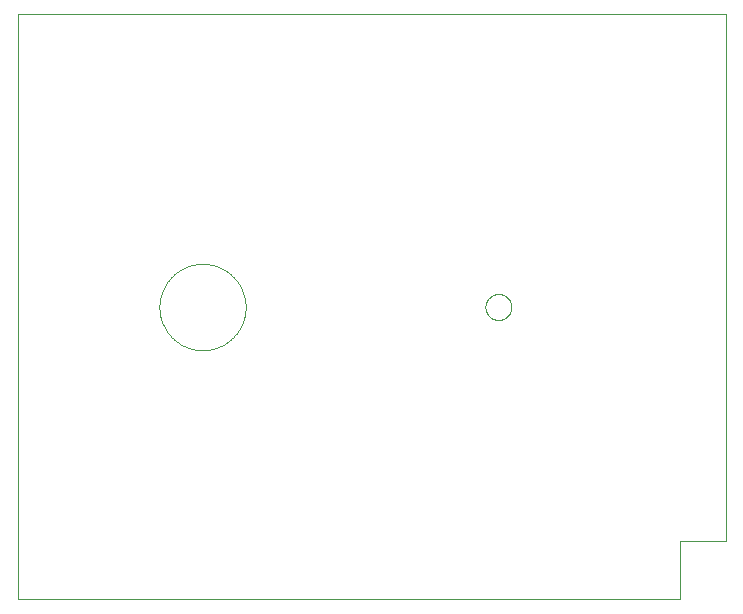
<source format=gbo>
G75*
%MOIN*%
%OFA0B0*%
%FSLAX25Y25*%
%IPPOS*%
%LPD*%
%AMOC8*
5,1,8,0,0,1.08239X$1,22.5*
%
%ADD10C,0.00000*%
D10*
X0001000Y0001000D02*
X0001000Y0196000D01*
X0237000Y0196000D01*
X0237000Y0020500D01*
X0221900Y0020500D01*
X0221900Y0001000D01*
X0001000Y0001000D01*
X0048244Y0098441D02*
X0048248Y0098794D01*
X0048261Y0099146D01*
X0048283Y0099498D01*
X0048313Y0099850D01*
X0048352Y0100200D01*
X0048400Y0100550D01*
X0048456Y0100898D01*
X0048520Y0101244D01*
X0048593Y0101589D01*
X0048675Y0101933D01*
X0048765Y0102274D01*
X0048863Y0102612D01*
X0048969Y0102949D01*
X0049084Y0103282D01*
X0049207Y0103613D01*
X0049338Y0103940D01*
X0049477Y0104264D01*
X0049624Y0104585D01*
X0049778Y0104902D01*
X0049941Y0105215D01*
X0050111Y0105524D01*
X0050288Y0105829D01*
X0050473Y0106129D01*
X0050666Y0106425D01*
X0050865Y0106715D01*
X0051072Y0107001D01*
X0051285Y0107282D01*
X0051506Y0107557D01*
X0051733Y0107827D01*
X0051967Y0108091D01*
X0052207Y0108350D01*
X0052453Y0108602D01*
X0052705Y0108848D01*
X0052964Y0109088D01*
X0053228Y0109322D01*
X0053498Y0109549D01*
X0053773Y0109770D01*
X0054054Y0109983D01*
X0054340Y0110190D01*
X0054630Y0110389D01*
X0054926Y0110582D01*
X0055226Y0110767D01*
X0055531Y0110944D01*
X0055840Y0111114D01*
X0056153Y0111277D01*
X0056470Y0111431D01*
X0056791Y0111578D01*
X0057115Y0111717D01*
X0057442Y0111848D01*
X0057773Y0111971D01*
X0058106Y0112086D01*
X0058443Y0112192D01*
X0058781Y0112290D01*
X0059122Y0112380D01*
X0059466Y0112462D01*
X0059811Y0112535D01*
X0060157Y0112599D01*
X0060505Y0112655D01*
X0060855Y0112703D01*
X0061205Y0112742D01*
X0061557Y0112772D01*
X0061909Y0112794D01*
X0062261Y0112807D01*
X0062614Y0112811D01*
X0062967Y0112807D01*
X0063319Y0112794D01*
X0063671Y0112772D01*
X0064023Y0112742D01*
X0064373Y0112703D01*
X0064723Y0112655D01*
X0065071Y0112599D01*
X0065417Y0112535D01*
X0065762Y0112462D01*
X0066106Y0112380D01*
X0066447Y0112290D01*
X0066785Y0112192D01*
X0067122Y0112086D01*
X0067455Y0111971D01*
X0067786Y0111848D01*
X0068113Y0111717D01*
X0068437Y0111578D01*
X0068758Y0111431D01*
X0069075Y0111277D01*
X0069388Y0111114D01*
X0069697Y0110944D01*
X0070002Y0110767D01*
X0070302Y0110582D01*
X0070598Y0110389D01*
X0070888Y0110190D01*
X0071174Y0109983D01*
X0071455Y0109770D01*
X0071730Y0109549D01*
X0072000Y0109322D01*
X0072264Y0109088D01*
X0072523Y0108848D01*
X0072775Y0108602D01*
X0073021Y0108350D01*
X0073261Y0108091D01*
X0073495Y0107827D01*
X0073722Y0107557D01*
X0073943Y0107282D01*
X0074156Y0107001D01*
X0074363Y0106715D01*
X0074562Y0106425D01*
X0074755Y0106129D01*
X0074940Y0105829D01*
X0075117Y0105524D01*
X0075287Y0105215D01*
X0075450Y0104902D01*
X0075604Y0104585D01*
X0075751Y0104264D01*
X0075890Y0103940D01*
X0076021Y0103613D01*
X0076144Y0103282D01*
X0076259Y0102949D01*
X0076365Y0102612D01*
X0076463Y0102274D01*
X0076553Y0101933D01*
X0076635Y0101589D01*
X0076708Y0101244D01*
X0076772Y0100898D01*
X0076828Y0100550D01*
X0076876Y0100200D01*
X0076915Y0099850D01*
X0076945Y0099498D01*
X0076967Y0099146D01*
X0076980Y0098794D01*
X0076984Y0098441D01*
X0076980Y0098088D01*
X0076967Y0097736D01*
X0076945Y0097384D01*
X0076915Y0097032D01*
X0076876Y0096682D01*
X0076828Y0096332D01*
X0076772Y0095984D01*
X0076708Y0095638D01*
X0076635Y0095293D01*
X0076553Y0094949D01*
X0076463Y0094608D01*
X0076365Y0094270D01*
X0076259Y0093933D01*
X0076144Y0093600D01*
X0076021Y0093269D01*
X0075890Y0092942D01*
X0075751Y0092618D01*
X0075604Y0092297D01*
X0075450Y0091980D01*
X0075287Y0091667D01*
X0075117Y0091358D01*
X0074940Y0091053D01*
X0074755Y0090753D01*
X0074562Y0090457D01*
X0074363Y0090167D01*
X0074156Y0089881D01*
X0073943Y0089600D01*
X0073722Y0089325D01*
X0073495Y0089055D01*
X0073261Y0088791D01*
X0073021Y0088532D01*
X0072775Y0088280D01*
X0072523Y0088034D01*
X0072264Y0087794D01*
X0072000Y0087560D01*
X0071730Y0087333D01*
X0071455Y0087112D01*
X0071174Y0086899D01*
X0070888Y0086692D01*
X0070598Y0086493D01*
X0070302Y0086300D01*
X0070002Y0086115D01*
X0069697Y0085938D01*
X0069388Y0085768D01*
X0069075Y0085605D01*
X0068758Y0085451D01*
X0068437Y0085304D01*
X0068113Y0085165D01*
X0067786Y0085034D01*
X0067455Y0084911D01*
X0067122Y0084796D01*
X0066785Y0084690D01*
X0066447Y0084592D01*
X0066106Y0084502D01*
X0065762Y0084420D01*
X0065417Y0084347D01*
X0065071Y0084283D01*
X0064723Y0084227D01*
X0064373Y0084179D01*
X0064023Y0084140D01*
X0063671Y0084110D01*
X0063319Y0084088D01*
X0062967Y0084075D01*
X0062614Y0084071D01*
X0062261Y0084075D01*
X0061909Y0084088D01*
X0061557Y0084110D01*
X0061205Y0084140D01*
X0060855Y0084179D01*
X0060505Y0084227D01*
X0060157Y0084283D01*
X0059811Y0084347D01*
X0059466Y0084420D01*
X0059122Y0084502D01*
X0058781Y0084592D01*
X0058443Y0084690D01*
X0058106Y0084796D01*
X0057773Y0084911D01*
X0057442Y0085034D01*
X0057115Y0085165D01*
X0056791Y0085304D01*
X0056470Y0085451D01*
X0056153Y0085605D01*
X0055840Y0085768D01*
X0055531Y0085938D01*
X0055226Y0086115D01*
X0054926Y0086300D01*
X0054630Y0086493D01*
X0054340Y0086692D01*
X0054054Y0086899D01*
X0053773Y0087112D01*
X0053498Y0087333D01*
X0053228Y0087560D01*
X0052964Y0087794D01*
X0052705Y0088034D01*
X0052453Y0088280D01*
X0052207Y0088532D01*
X0051967Y0088791D01*
X0051733Y0089055D01*
X0051506Y0089325D01*
X0051285Y0089600D01*
X0051072Y0089881D01*
X0050865Y0090167D01*
X0050666Y0090457D01*
X0050473Y0090753D01*
X0050288Y0091053D01*
X0050111Y0091358D01*
X0049941Y0091667D01*
X0049778Y0091980D01*
X0049624Y0092297D01*
X0049477Y0092618D01*
X0049338Y0092942D01*
X0049207Y0093269D01*
X0049084Y0093600D01*
X0048969Y0093933D01*
X0048863Y0094270D01*
X0048765Y0094608D01*
X0048675Y0094949D01*
X0048593Y0095293D01*
X0048520Y0095638D01*
X0048456Y0095984D01*
X0048400Y0096332D01*
X0048352Y0096682D01*
X0048313Y0097032D01*
X0048283Y0097384D01*
X0048261Y0097736D01*
X0048248Y0098088D01*
X0048244Y0098441D01*
X0156905Y0098441D02*
X0156907Y0098572D01*
X0156913Y0098704D01*
X0156923Y0098835D01*
X0156937Y0098966D01*
X0156955Y0099096D01*
X0156977Y0099225D01*
X0157002Y0099354D01*
X0157032Y0099482D01*
X0157066Y0099609D01*
X0157103Y0099736D01*
X0157144Y0099860D01*
X0157189Y0099984D01*
X0157238Y0100106D01*
X0157290Y0100227D01*
X0157346Y0100345D01*
X0157406Y0100463D01*
X0157469Y0100578D01*
X0157536Y0100691D01*
X0157606Y0100803D01*
X0157679Y0100912D01*
X0157755Y0101018D01*
X0157835Y0101123D01*
X0157918Y0101225D01*
X0158004Y0101324D01*
X0158093Y0101421D01*
X0158185Y0101515D01*
X0158280Y0101606D01*
X0158377Y0101695D01*
X0158477Y0101780D01*
X0158580Y0101862D01*
X0158685Y0101941D01*
X0158792Y0102017D01*
X0158902Y0102089D01*
X0159014Y0102158D01*
X0159128Y0102224D01*
X0159243Y0102286D01*
X0159361Y0102345D01*
X0159480Y0102400D01*
X0159601Y0102452D01*
X0159724Y0102499D01*
X0159848Y0102543D01*
X0159973Y0102584D01*
X0160099Y0102620D01*
X0160227Y0102653D01*
X0160355Y0102681D01*
X0160484Y0102706D01*
X0160614Y0102727D01*
X0160744Y0102744D01*
X0160875Y0102757D01*
X0161006Y0102766D01*
X0161137Y0102771D01*
X0161269Y0102772D01*
X0161400Y0102769D01*
X0161532Y0102762D01*
X0161663Y0102751D01*
X0161793Y0102736D01*
X0161923Y0102717D01*
X0162053Y0102694D01*
X0162181Y0102668D01*
X0162309Y0102637D01*
X0162436Y0102602D01*
X0162562Y0102564D01*
X0162686Y0102522D01*
X0162810Y0102476D01*
X0162931Y0102426D01*
X0163051Y0102373D01*
X0163170Y0102316D01*
X0163287Y0102256D01*
X0163401Y0102192D01*
X0163514Y0102124D01*
X0163625Y0102053D01*
X0163734Y0101979D01*
X0163840Y0101902D01*
X0163944Y0101821D01*
X0164045Y0101738D01*
X0164144Y0101651D01*
X0164240Y0101561D01*
X0164333Y0101468D01*
X0164424Y0101373D01*
X0164511Y0101275D01*
X0164596Y0101174D01*
X0164677Y0101071D01*
X0164755Y0100965D01*
X0164830Y0100857D01*
X0164902Y0100747D01*
X0164970Y0100635D01*
X0165035Y0100521D01*
X0165096Y0100404D01*
X0165154Y0100286D01*
X0165208Y0100166D01*
X0165259Y0100045D01*
X0165306Y0099922D01*
X0165349Y0099798D01*
X0165388Y0099673D01*
X0165424Y0099546D01*
X0165455Y0099418D01*
X0165483Y0099290D01*
X0165507Y0099161D01*
X0165527Y0099031D01*
X0165543Y0098900D01*
X0165555Y0098769D01*
X0165563Y0098638D01*
X0165567Y0098507D01*
X0165567Y0098375D01*
X0165563Y0098244D01*
X0165555Y0098113D01*
X0165543Y0097982D01*
X0165527Y0097851D01*
X0165507Y0097721D01*
X0165483Y0097592D01*
X0165455Y0097464D01*
X0165424Y0097336D01*
X0165388Y0097209D01*
X0165349Y0097084D01*
X0165306Y0096960D01*
X0165259Y0096837D01*
X0165208Y0096716D01*
X0165154Y0096596D01*
X0165096Y0096478D01*
X0165035Y0096361D01*
X0164970Y0096247D01*
X0164902Y0096135D01*
X0164830Y0096025D01*
X0164755Y0095917D01*
X0164677Y0095811D01*
X0164596Y0095708D01*
X0164511Y0095607D01*
X0164424Y0095509D01*
X0164333Y0095414D01*
X0164240Y0095321D01*
X0164144Y0095231D01*
X0164045Y0095144D01*
X0163944Y0095061D01*
X0163840Y0094980D01*
X0163734Y0094903D01*
X0163625Y0094829D01*
X0163514Y0094758D01*
X0163402Y0094690D01*
X0163287Y0094626D01*
X0163170Y0094566D01*
X0163051Y0094509D01*
X0162931Y0094456D01*
X0162810Y0094406D01*
X0162686Y0094360D01*
X0162562Y0094318D01*
X0162436Y0094280D01*
X0162309Y0094245D01*
X0162181Y0094214D01*
X0162053Y0094188D01*
X0161923Y0094165D01*
X0161793Y0094146D01*
X0161663Y0094131D01*
X0161532Y0094120D01*
X0161400Y0094113D01*
X0161269Y0094110D01*
X0161137Y0094111D01*
X0161006Y0094116D01*
X0160875Y0094125D01*
X0160744Y0094138D01*
X0160614Y0094155D01*
X0160484Y0094176D01*
X0160355Y0094201D01*
X0160227Y0094229D01*
X0160099Y0094262D01*
X0159973Y0094298D01*
X0159848Y0094339D01*
X0159724Y0094383D01*
X0159601Y0094430D01*
X0159480Y0094482D01*
X0159361Y0094537D01*
X0159243Y0094596D01*
X0159128Y0094658D01*
X0159014Y0094724D01*
X0158902Y0094793D01*
X0158792Y0094865D01*
X0158685Y0094941D01*
X0158580Y0095020D01*
X0158477Y0095102D01*
X0158377Y0095187D01*
X0158280Y0095276D01*
X0158185Y0095367D01*
X0158093Y0095461D01*
X0158004Y0095558D01*
X0157918Y0095657D01*
X0157835Y0095759D01*
X0157755Y0095864D01*
X0157679Y0095970D01*
X0157606Y0096079D01*
X0157536Y0096191D01*
X0157469Y0096304D01*
X0157406Y0096419D01*
X0157346Y0096537D01*
X0157290Y0096655D01*
X0157238Y0096776D01*
X0157189Y0096898D01*
X0157144Y0097022D01*
X0157103Y0097146D01*
X0157066Y0097273D01*
X0157032Y0097400D01*
X0157002Y0097528D01*
X0156977Y0097657D01*
X0156955Y0097786D01*
X0156937Y0097916D01*
X0156923Y0098047D01*
X0156913Y0098178D01*
X0156907Y0098310D01*
X0156905Y0098441D01*
M02*

</source>
